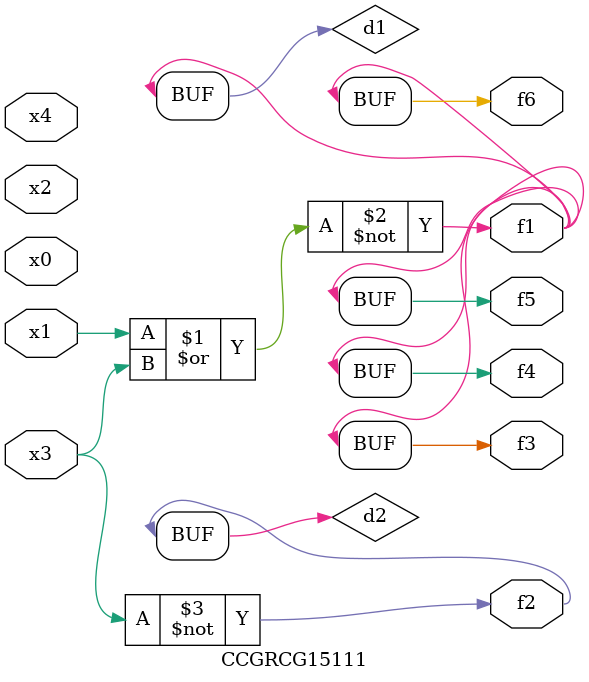
<source format=v>
module CCGRCG15111(
	input x0, x1, x2, x3, x4,
	output f1, f2, f3, f4, f5, f6
);

	wire d1, d2;

	nor (d1, x1, x3);
	not (d2, x3);
	assign f1 = d1;
	assign f2 = d2;
	assign f3 = d1;
	assign f4 = d1;
	assign f5 = d1;
	assign f6 = d1;
endmodule

</source>
